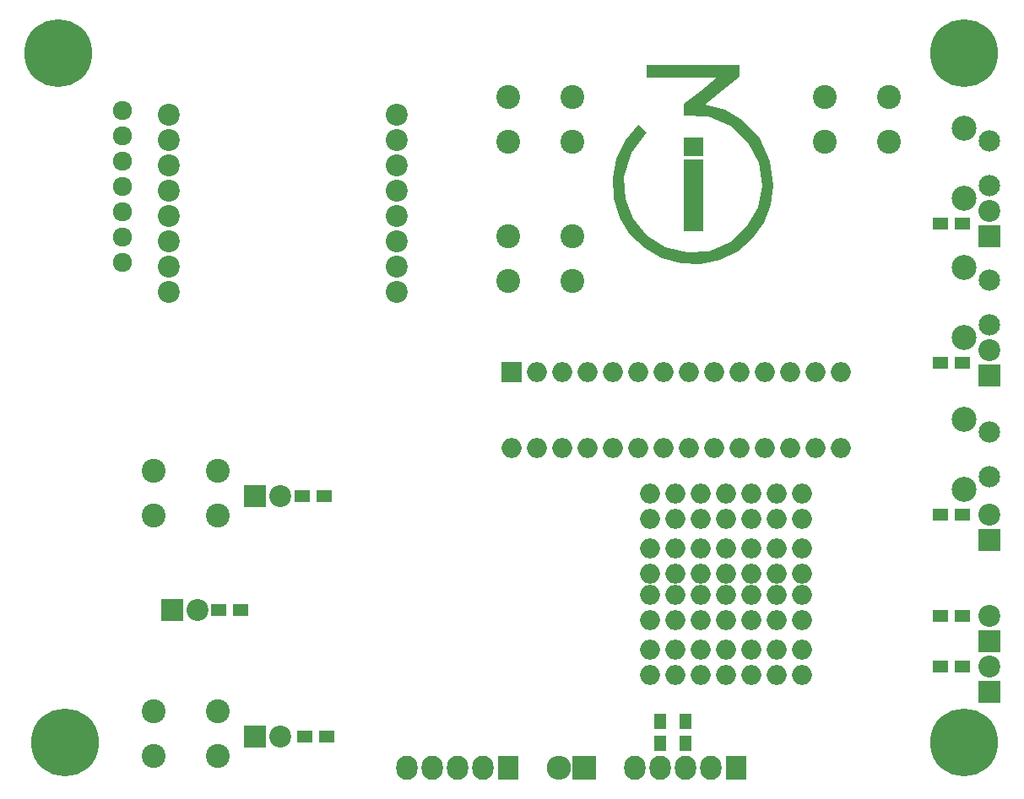
<source format=gts>
G04 #@! TF.FileFunction,Soldermask,Top*
%FSLAX46Y46*%
G04 Gerber Fmt 4.6, Leading zero omitted, Abs format (unit mm)*
G04 Created by KiCad (PCBNEW 4.0.5+dfsg1-4) date Sat Jun 23 00:33:45 2018*
%MOMM*%
%LPD*%
G01*
G04 APERTURE LIST*
%ADD10C,0.100000*%
%ADD11C,6.800000*%
%ADD12O,2.000000X2.000000*%
%ADD13C,1.924000*%
%ADD14C,2.200000*%
%ADD15R,2.000000X2.000000*%
%ADD16C,2.400000*%
%ADD17R,2.200000X2.200000*%
%ADD18R,1.600000X1.300000*%
%ADD19R,1.300000X1.600000*%
%ADD20R,2.127200X2.432000*%
%ADD21O,2.127200X2.432000*%
%ADD22R,2.432000X2.432000*%
%ADD23O,2.432000X2.432000*%
%ADD24C,2.500000*%
%ADD25C,2.150000*%
G04 APERTURE END LIST*
D10*
G36*
X120600008Y-66730818D02*
X120600008Y-67880440D01*
X122944387Y-67885947D01*
X125288766Y-67891488D01*
X127633147Y-67897030D01*
X125989530Y-69216278D01*
X124345974Y-70535598D01*
X124341979Y-71692832D01*
X126770612Y-71803840D01*
X129011596Y-72745768D01*
X130793737Y-74405674D01*
X131841189Y-76438304D01*
X132175615Y-78700049D01*
X131755709Y-80946692D01*
X130634966Y-82914683D01*
X128945411Y-84422036D01*
X126859240Y-85301678D01*
X124634666Y-85460567D01*
X122476248Y-84912761D01*
X120605715Y-83703659D01*
X119259834Y-82043584D01*
X118480744Y-80055901D01*
X118349214Y-77925304D01*
X119053455Y-75464992D01*
X120603466Y-73420868D01*
X119750545Y-72628843D01*
X118451245Y-74173245D01*
X117580336Y-75993006D01*
X117177079Y-77969894D01*
X117280739Y-79985673D01*
X117883896Y-81914457D01*
X118948282Y-83631570D01*
X120396795Y-85039501D01*
X122152335Y-86040739D01*
X124058791Y-86564073D01*
X126035089Y-86610575D01*
X127964861Y-86186800D01*
X129731737Y-85299303D01*
X131205941Y-84034638D01*
X132336547Y-82455703D01*
X133066524Y-80657204D01*
X133338841Y-78733847D01*
X133000437Y-76250753D01*
X131922475Y-73988787D01*
X130202907Y-72166259D01*
X128438876Y-71126755D01*
X126470557Y-70564043D01*
X128200859Y-69179802D01*
X129931122Y-67795514D01*
X129931122Y-66648776D01*
X127598346Y-66648776D01*
X125265571Y-66648776D01*
X122932796Y-66648776D01*
X120600022Y-66648776D01*
X120600022Y-66689799D01*
X120600008Y-66730818D01*
X120600008Y-66730818D01*
G37*
G36*
X124342561Y-74009024D02*
X124342561Y-75761023D01*
X126266256Y-75761023D01*
X126266256Y-73925619D01*
X124342561Y-73925619D01*
X124342561Y-73967323D01*
X124342561Y-74009024D01*
X124342561Y-74009024D01*
G37*
G36*
X124342561Y-76199880D02*
X124342561Y-78562431D01*
X124342561Y-80924983D01*
X124342561Y-83287535D01*
X126266256Y-83287535D01*
X126266256Y-80897181D01*
X126266256Y-78506827D01*
X126266256Y-76116475D01*
X124342561Y-76116475D01*
X124342561Y-76158176D01*
X124342561Y-76199880D01*
X124342561Y-76199880D01*
G37*
D11*
X152400000Y-65405000D03*
X152400000Y-134620000D03*
X62230000Y-134620000D03*
D12*
X136207500Y-127825500D03*
X133667500Y-127825500D03*
X131127500Y-127825500D03*
X128587500Y-127825500D03*
X126047500Y-127825500D03*
X123507500Y-127825500D03*
X120967500Y-127825500D03*
X120967500Y-115125500D03*
X123507500Y-115125500D03*
X126047500Y-115125500D03*
X128587500Y-115125500D03*
X131127500Y-115125500D03*
X133667500Y-115125500D03*
X136207500Y-115125500D03*
X136207500Y-117665500D03*
X133667500Y-117665500D03*
X131127500Y-117665500D03*
X128587500Y-117665500D03*
X126047500Y-117665500D03*
X123507500Y-117665500D03*
X120967500Y-117665500D03*
X120967500Y-125285500D03*
X123507500Y-125285500D03*
X126047500Y-125285500D03*
X128587500Y-125285500D03*
X131127500Y-125285500D03*
X133667500Y-125285500D03*
X136207500Y-125285500D03*
D13*
X68040000Y-76280000D03*
X68040000Y-73740000D03*
X68040000Y-71200000D03*
X68040000Y-78820000D03*
X68040000Y-81360000D03*
X68040000Y-86440000D03*
X68040000Y-83900000D03*
D14*
X72644000Y-71628000D03*
X72644000Y-74168000D03*
X72644000Y-76708000D03*
X72644000Y-79248000D03*
X72644000Y-81788000D03*
X72644000Y-84328000D03*
X72644000Y-86868000D03*
X72644000Y-89408000D03*
X95504000Y-89408000D03*
X95504000Y-86868000D03*
X95504000Y-84328000D03*
X95504000Y-81788000D03*
X95504000Y-79248000D03*
X95504000Y-76708000D03*
X95504000Y-74168000D03*
X95504000Y-71628000D03*
D15*
X107061000Y-97409000D03*
D12*
X140081000Y-105029000D03*
X109601000Y-97409000D03*
X137541000Y-105029000D03*
X112141000Y-97409000D03*
X135001000Y-105029000D03*
X114681000Y-97409000D03*
X132461000Y-105029000D03*
X117221000Y-97409000D03*
X129921000Y-105029000D03*
X119761000Y-97409000D03*
X127381000Y-105029000D03*
X122301000Y-97409000D03*
X124841000Y-105029000D03*
X124841000Y-97409000D03*
X122301000Y-105029000D03*
X127381000Y-97409000D03*
X119761000Y-105029000D03*
X129921000Y-97409000D03*
X117221000Y-105029000D03*
X132461000Y-97409000D03*
X114681000Y-105029000D03*
X135001000Y-97409000D03*
X112141000Y-105029000D03*
X137541000Y-97409000D03*
X109601000Y-105029000D03*
X140081000Y-97409000D03*
X107061000Y-105029000D03*
D16*
X106680000Y-74350000D03*
X106680000Y-69850000D03*
X113180000Y-74350000D03*
X113180000Y-69850000D03*
D17*
X154940000Y-114300000D03*
D14*
X154940000Y-111760000D03*
D17*
X81280000Y-109855000D03*
D14*
X83820000Y-109855000D03*
D16*
X71120000Y-111815000D03*
X71120000Y-107315000D03*
X77620000Y-111815000D03*
X77620000Y-107315000D03*
D17*
X81280000Y-133985000D03*
D14*
X83820000Y-133985000D03*
D16*
X71120000Y-135945000D03*
X71120000Y-131445000D03*
X77620000Y-135945000D03*
X77620000Y-131445000D03*
D17*
X154940000Y-83820000D03*
D14*
X154940000Y-81280000D03*
D17*
X154940000Y-97790000D03*
D14*
X154940000Y-95250000D03*
D16*
X138430000Y-74350000D03*
X138430000Y-69850000D03*
X144930000Y-74350000D03*
X144930000Y-69850000D03*
X106680000Y-88320000D03*
X106680000Y-83820000D03*
X113180000Y-88320000D03*
X113180000Y-83820000D03*
D17*
X154940000Y-129540000D03*
D14*
X154940000Y-127000000D03*
D17*
X73025000Y-121285000D03*
D14*
X75565000Y-121285000D03*
D17*
X154940000Y-124460000D03*
D14*
X154940000Y-121920000D03*
D18*
X77640000Y-121285000D03*
X79840000Y-121285000D03*
X150030000Y-111760000D03*
X152230000Y-111760000D03*
X150030000Y-96520000D03*
X152230000Y-96520000D03*
X150030000Y-82550000D03*
X152230000Y-82550000D03*
X88222000Y-109855000D03*
X86022000Y-109855000D03*
X88476000Y-133985000D03*
X86276000Y-133985000D03*
X150030000Y-127000000D03*
X152230000Y-127000000D03*
X150030000Y-121920000D03*
X152230000Y-121920000D03*
D19*
X124460000Y-132504000D03*
X124460000Y-134704000D03*
X121920000Y-132504000D03*
X121920000Y-134704000D03*
D20*
X129540000Y-137160000D03*
D21*
X127000000Y-137160000D03*
X124460000Y-137160000D03*
X121920000Y-137160000D03*
X119380000Y-137160000D03*
D20*
X106680000Y-137160000D03*
D21*
X104140000Y-137160000D03*
X101600000Y-137160000D03*
X99060000Y-137160000D03*
X96520000Y-137160000D03*
D22*
X114300000Y-137160000D03*
D23*
X111760000Y-137160000D03*
D11*
X61595000Y-65405000D03*
D24*
X152450000Y-102190000D03*
D25*
X154940000Y-103450000D03*
X154940000Y-107950000D03*
D24*
X152450000Y-109200000D03*
X152450000Y-72980000D03*
D25*
X154940000Y-74240000D03*
X154940000Y-78740000D03*
D24*
X152450000Y-79990000D03*
X152450000Y-86950000D03*
D25*
X154940000Y-88210000D03*
X154940000Y-92710000D03*
D24*
X152450000Y-93960000D03*
D12*
X120967500Y-122364500D03*
X123507500Y-122364500D03*
X126047500Y-122364500D03*
X128587500Y-122364500D03*
X131127500Y-122364500D03*
X133667500Y-122364500D03*
X136207500Y-122364500D03*
X136207500Y-109664500D03*
X133667500Y-109664500D03*
X131127500Y-109664500D03*
X128587500Y-109664500D03*
X126047500Y-109664500D03*
X123507500Y-109664500D03*
X120967500Y-109664500D03*
X120967500Y-112204500D03*
X123507500Y-112204500D03*
X126047500Y-112204500D03*
X128587500Y-112204500D03*
X131127500Y-112204500D03*
X133667500Y-112204500D03*
X136207500Y-112204500D03*
X136207500Y-119824500D03*
X133667500Y-119824500D03*
X131127500Y-119824500D03*
X128587500Y-119824500D03*
X126047500Y-119824500D03*
X123507500Y-119824500D03*
X120967500Y-119824500D03*
M02*

</source>
